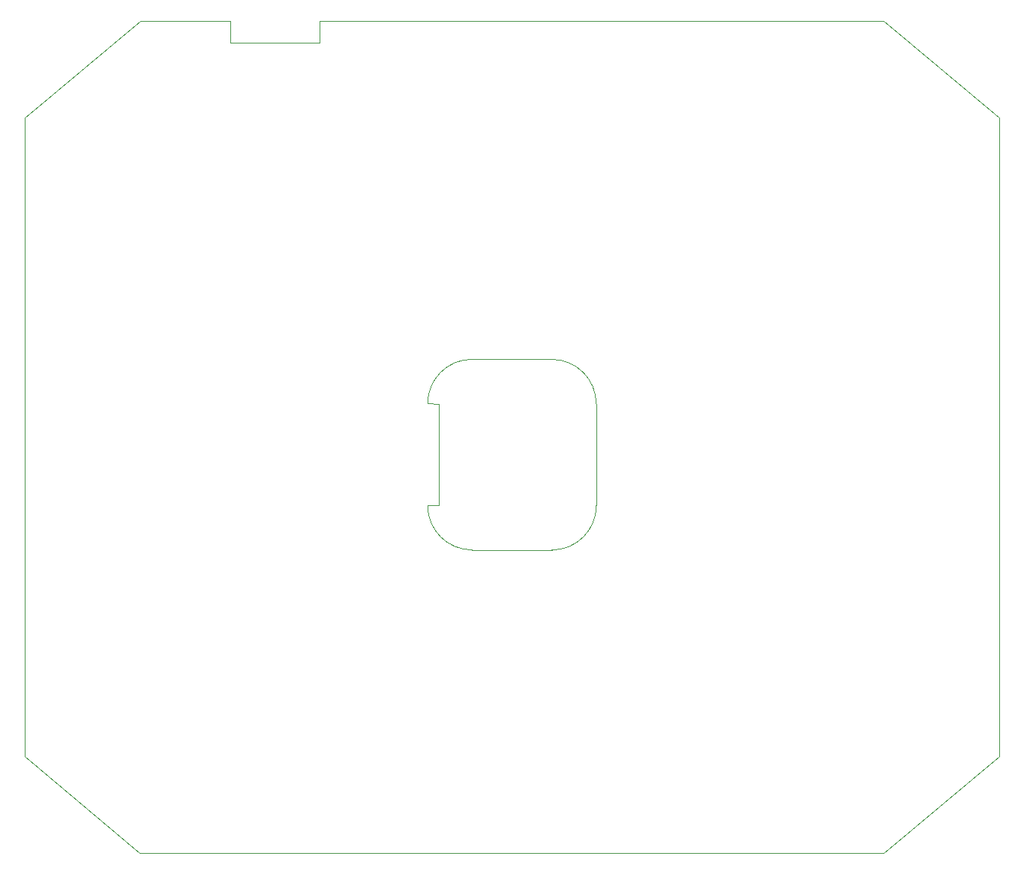
<source format=gbr>
G04 #@! TF.GenerationSoftware,KiCad,Pcbnew,(5.1.4)-1*
G04 #@! TF.CreationDate,2023-04-06T01:09:12+09:00*
G04 #@! TF.ProjectId,Akira_board,416b6972-615f-4626-9f61-72642e6b6963,rev?*
G04 #@! TF.SameCoordinates,Original*
G04 #@! TF.FileFunction,Profile,NP*
%FSLAX46Y46*%
G04 Gerber Fmt 4.6, Leading zero omitted, Abs format (unit mm)*
G04 Created by KiCad (PCBNEW (5.1.4)-1) date 2023-04-06 01:09:12*
%MOMM*%
%LPD*%
G04 APERTURE LIST*
%ADD10C,0.050000*%
G04 APERTURE END LIST*
D10*
X138850000Y-99950000D02*
X137590000Y-99960000D01*
X138850000Y-88450000D02*
X138850000Y-99950000D01*
X137589991Y-88440000D02*
X138850000Y-88450000D01*
X125350000Y-45200000D02*
X189100000Y-45200000D01*
X125350000Y-47700000D02*
X125350000Y-45200000D01*
X124850000Y-47700000D02*
X125350000Y-47700000D01*
X115350000Y-45200000D02*
X105150000Y-45200000D01*
X115350000Y-47700000D02*
X115350000Y-45200000D01*
X115850000Y-47700000D02*
X115350000Y-47700000D01*
X124850000Y-47700000D02*
X115850000Y-47700000D01*
X156630000Y-99960000D02*
X156610009Y-88450000D01*
X142600000Y-104970000D02*
X151610000Y-104980000D01*
X151610000Y-83449991D02*
X142590000Y-83439991D01*
X151610000Y-83449991D02*
G75*
G02X156610009Y-88450000I0J-5000009D01*
G01*
X137589991Y-88440000D02*
G75*
G02X142590000Y-83439991I5000009J0D01*
G01*
X142600000Y-104970000D02*
G75*
G02X137590000Y-99960000I0J5010000D01*
G01*
X156630000Y-99960000D02*
G75*
G02X151610000Y-104980000I-5020000J0D01*
G01*
X105100000Y-139200000D02*
X189100000Y-139200000D01*
X92100000Y-128250000D02*
X105100000Y-139200000D01*
X92100000Y-56150000D02*
X92100000Y-128250000D01*
X105150000Y-45200000D02*
X92100000Y-56150000D01*
X202100000Y-56150000D02*
X189100000Y-45200000D01*
X202100000Y-128300000D02*
X202100000Y-56150000D01*
X189100000Y-139200000D02*
X202100000Y-128300000D01*
M02*

</source>
